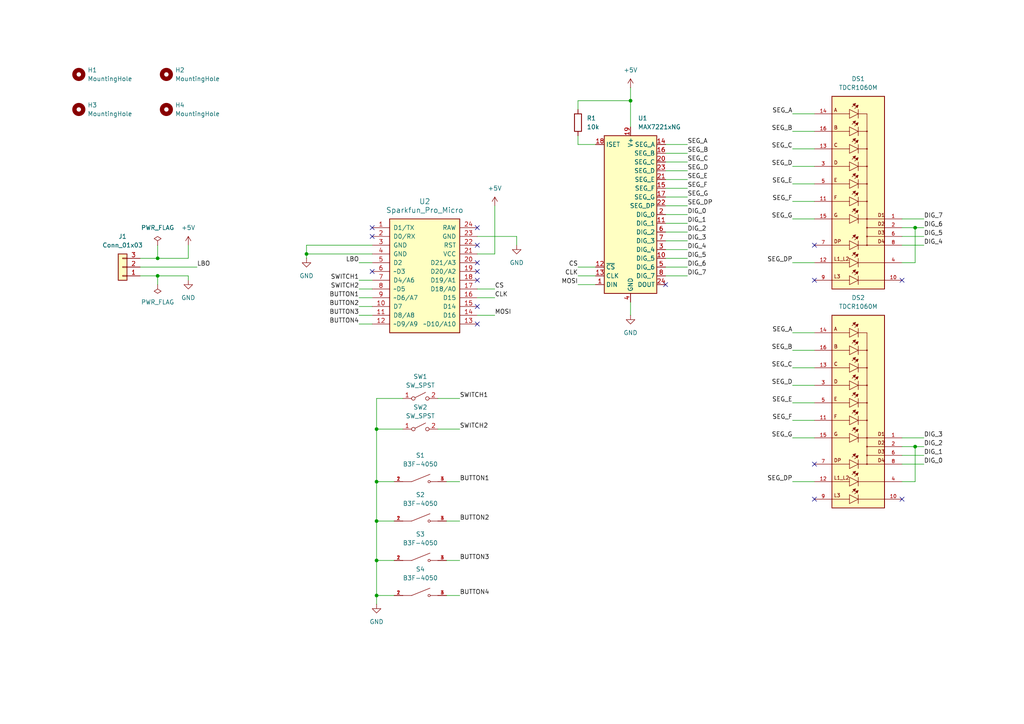
<source format=kicad_sch>
(kicad_sch (version 20250114) (generator "eeschema") (generator_version "9.0")
  (paper "A4")
  (lib_symbols
    (symbol "Arduino:Sparkfun_Pro_Micro" (pin_names (offset 1.016))
      (property "Reference" "U" (at -8.89 21.59 0))
      (property "Value" "Sparkfun_Pro_Micro" (at 0 19.05 0))
      (symbol "Sparkfun_Pro_Micro_0_1"
        (rectangle (start -10.16 17.78) (end 10.16 -15.24) (stroke (width 0.254)) (fill (type background)))
      )
      (symbol "Sparkfun_Pro_Micro_1_1"
        (pin bidirectional line (at -15.24 15.24 0) (length 5.08) (name "D1/TX") (number "1"))
        (pin bidirectional line (at -15.24 12.7 0) (length 5.08) (name "D0/RX") (number "2"))
        (pin power_in line (at -15.24 10.16 0) (length 5.08) (name "GND") (number "3"))
        (pin power_in line (at -15.24 7.62 0) (length 5.08) (name "GND") (number "4"))
        (pin bidirectional line (at -15.24 5.08 0) (length 5.08) (name "D2") (number "5"))
        (pin bidirectional line (at -15.24 2.54 0) (length 5.08) (name "~D3") (number "6"))
        (pin bidirectional line (at -15.24 0 0) (length 5.08) (name "D4/A6") (number "7"))
        (pin bidirectional line (at -15.24 -2.54 0) (length 5.08) (name "~D5") (number "8"))
        (pin bidirectional line (at -15.24 -5.08 0) (length 5.08) (name "~D6/A7") (number "9"))
        (pin bidirectional line (at -15.24 -7.62 0) (length 5.08) (name "D7") (number "10"))
        (pin bidirectional line (at -15.24 -10.16 0) (length 5.08) (name "D8/A8") (number "11"))
        (pin bidirectional line (at -15.24 -12.7 0) (length 5.08) (name "~D9/A9") (number "12"))
        (pin power_in line (at 15.24 15.24 180) (length 5.08) (name "RAW") (number "24"))
        (pin power_in line (at 15.24 12.7 180) (length 5.08) (name "GND") (number "23"))
        (pin input line (at 15.24 10.16 180) (length 5.08) (name "RST") (number "22"))
        (pin power_in line (at 15.24 7.62 180) (length 5.08) (name "VCC") (number "21"))
        (pin bidirectional line (at 15.24 5.08 180) (length 5.08) (name "D21/A3") (number "20"))
        (pin bidirectional line (at 15.24 2.54 180) (length 5.08) (name "D20/A2") (number "19"))
        (pin bidirectional line (at 15.24 0 180) (length 5.08) (name "D19/A1") (number "18"))
        (pin bidirectional line (at 15.24 -2.54 180) (length 5.08) (name "D18/A0") (number "17"))
        (pin bidirectional line (at 15.24 -5.08 180) (length 5.08) (name "D15") (number "16"))
        (pin bidirectional line (at 15.24 -7.62 180) (length 5.08) (name "D14") (number "15"))
        (pin bidirectional line (at 15.24 -10.16 180) (length 5.08) (name "D16") (number "14"))
        (pin bidirectional line (at 15.24 -12.7 180) (length 5.08) (name "~D10/A10") (number "13"))
      )
    )
    (symbol "B3F-4050:B3F-4050" (pin_names (offset 1.016))
      (property "Reference" "S" (at -2.54 2.54 0))
      (property "Value" "B3F-4050" (at -2.54 -2.54 0))
      (symbol "B3F-4050_0_0"
        (polyline (pts (xy -2.54 0) (xy -5.08 0)) (stroke (width 0.1524)))
        (polyline (pts (xy -2.54 0) (xy 2.794 2.1336)) (stroke (width 0.1524)))
        (circle (center 2.54 0) (radius 0.3302) (stroke (width 0.1524)))
        (polyline (pts (xy 5.08 0) (xy 2.921 0)) (stroke (width 0.1524)))
        (pin passive line (at -7.62 0 0) (length 2.54) (name "~") (number "1"))
        (pin passive line (at -7.62 0 0) (length 2.54) (name "~") (number "2"))
        (pin passive line (at 7.62 0 180) (length 2.54) (name "~") (number "3"))
        (pin passive line (at 7.62 0 180) (length 2.54) (name "~") (number "4"))
      )
    )
    (symbol "Connector_Generic:Conn_01x03" (pin_names (offset 1.016) (hide yes))
      (property "Reference" "J" (at 0 5.08 0))
      (property "Value" "Conn_01x03" (at 0 -5.08 0))
      (symbol "Conn_01x03_1_1"
        (rectangle (start -1.27 3.81) (end 1.27 -3.81) (stroke (width 0.254)) (fill (type background)))
        (rectangle (start -1.27 2.667) (end 0 2.413) (stroke (width 0.1524)))
        (rectangle (start -1.27 0.127) (end 0 -0.127) (stroke (width 0.1524)))
        (rectangle (start -1.27 -2.413) (end 0 -2.667) (stroke (width 0.1524)))
        (pin passive line (at -5.08 2.54 0) (length 3.81) (name "Pin_1") (number "1"))
        (pin passive line (at -5.08 0 0) (length 3.81) (name "Pin_2") (number "2"))
        (pin passive line (at -5.08 -2.54 0) (length 3.81) (name "Pin_3") (number "3"))
      )
    )
    (symbol "Device:R" (pin_numbers (hide yes)) (pin_names (offset 0))
      (property "Reference" "R" (at 2.032 0 90))
      (property "Value" "R" (at 0 0 90))
      (symbol "R_0_1"
        (rectangle (start -1.016 -2.54) (end 1.016 2.54) (stroke (width 0.254)))
      )
      (symbol "R_1_1"
        (pin passive line (at 0 3.81 270) (length 1.27) (name "~") (number "1"))
        (pin passive line (at 0 -3.81 90) (length 1.27) (name "~") (number "2"))
      )
    )
    (symbol "Driver_LED:MAX7221xNG"
      (property "Reference" "U" (at -6.35 24.13 0))
      (property "Value" "MAX7221xNG" (at 1.27 25.4 0))
      (symbol "MAX7221xNG_0_1"
        (rectangle (start -7.62 22.86) (end 7.62 -22.86) (stroke (width 0.254)) (fill (type background)))
      )
      (symbol "MAX7221xNG_1_1"
        (pin input line (at -10.16 20.32 0) (length 2.54) (name "ISET") (number "18"))
        (pin input line (at -10.16 -15.24 0) (length 2.54) (name "~{CS}") (number "12"))
        (pin input line (at -10.16 -17.78 0) (length 2.54) (name "CLK") (number "13"))
        (pin input line (at -10.16 -20.32 0) (length 2.54) (name "DIN") (number "1"))
        (pin power_in line (at 0 25.4 270) (length 2.54) (name "V+") (number "19"))
        (pin power_in line (at 0 -25.4 90) (length 2.54) (name "GND") (number "4"))
        (pin passive line (at 0 -25.4 90) (length 2.54) (hide yes) (name "GND") (number "9"))
        (pin open_emitter line (at 10.16 20.32 180) (length 2.54) (name "SEG_A") (number "14"))
        (pin open_emitter line (at 10.16 17.78 180) (length 2.54) (name "SEG_B") (number "16"))
        (pin open_emitter line (at 10.16 15.24 180) (length 2.54) (name "SEG_C") (number "20"))
        (pin open_emitter line (at 10.16 12.7 180) (length 2.54) (name "SEG_D") (number "23"))
        (pin open_emitter line (at 10.16 10.16 180) (length 2.54) (name "SEG_E") (number "21"))
        (pin open_emitter line (at 10.16 7.62 180) (length 2.54) (name "SEG_F") (number "15"))
        (pin open_emitter line (at 10.16 5.08 180) (length 2.54) (name "SEG_G") (number "17"))
        (pin open_emitter line (at 10.16 2.54 180) (length 2.54) (name "SEG_DP") (number "22"))
        (pin open_collector line (at 10.16 0 180) (length 2.54) (name "DIG_0") (number "2"))
        (pin open_collector line (at 10.16 -2.54 180) (length 2.54) (name "DIG_1") (number "11"))
        (pin open_collector line (at 10.16 -5.08 180) (length 2.54) (name "DIG_2") (number "6"))
        (pin open_collector line (at 10.16 -7.62 180) (length 2.54) (name "DIG_3") (number "7"))
        (pin open_collector line (at 10.16 -10.16 180) (length 2.54) (name "DIG_4") (number "3"))
        (pin open_collector line (at 10.16 -12.7 180) (length 2.54) (name "DIG_5") (number "10"))
        (pin open_collector line (at 10.16 -15.24 180) (length 2.54) (name "DIG_6") (number "5"))
        (pin open_collector line (at 10.16 -17.78 180) (length 2.54) (name "DIG_7") (number "8"))
        (pin output line (at 10.16 -20.32 180) (length 2.54) (name "DOUT") (number "24"))
      )
    )
    (symbol "Mechanical:MountingHole" (pin_names (offset 1.016)) (in_bom no)
      (property "Reference" "H" (at 0 5.08 0))
      (property "Value" "MountingHole" (at 0 3.175 0))
      (symbol "MountingHole_0_1"
        (circle (center 0 0) (radius 1.27) (stroke (width 1.27)))
      )
    )
    (symbol "Switch:SW_SPST" (pin_names (offset 0) (hide yes))
      (property "Reference" "SW" (at 0 3.175 0))
      (property "Value" "SW_SPST" (at 0 -2.54 0))
      (symbol "SW_SPST_0_0"
        (circle (center -2.032 0) (radius 0.508))
        (polyline (pts (xy -1.524 0.254) (xy 1.524 1.778)))
        (circle (center 2.032 0) (radius 0.508))
      )
      (symbol "SW_SPST_1_1"
        (pin passive line (at -5.08 0 0) (length 2.54) (name "A") (number "1"))
        (pin passive line (at 5.08 0 180) (length 2.54) (name "B") (number "2"))
      )
    )
    (symbol "TDCR1060M:TDCR1060M" (pin_names (offset 1.016))
      (property "Reference" "DS" (at -7.62 29.21 0))
      (property "Value" "TDCR1060M" (at -7.62 -29.21 0))
      (symbol "TDCR1060M_0_0"
        (polyline (pts (xy -7.62 22.86) (xy -2.54 22.86)) (stroke (width 0.1524)))
        (polyline (pts (xy -7.62 17.78) (xy -2.54 17.78)) (stroke (width 0.1524)))
        (polyline (pts (xy -7.62 12.7) (xy -2.54 12.7)) (stroke (width 0.1524)))
        (polyline (pts (xy -7.62 7.62) (xy -2.54 7.62)) (stroke (width 0.1524)))
        (polyline (pts (xy -7.62 2.54) (xy -2.54 2.54)) (stroke (width 0.1524)))
        (polyline (pts (xy -7.62 -2.54) (xy -2.54 -2.54)) (stroke (width 0.1524)))
        (polyline (pts (xy -7.62 -7.62) (xy -2.54 -7.62)) (stroke (width 0.1524)))
        (polyline (pts (xy -7.62 -15.24) (xy -2.54 -15.24)) (stroke (width 0.1524)))
        (polyline (pts (xy -7.62 -20.32) (xy -2.54 -20.32)) (stroke (width 0.1524)))
        (polyline (pts (xy -7.62 -25.4) (xy -2.54 -25.4)) (stroke (width 0.1524)))
        (rectangle (start -7.62 -27.94) (end 7.62 27.94) (stroke (width 0.254)) (fill (type background)))
        (polyline (pts (xy -2.54 24.13) (xy -2.54 22.86)) (stroke (width 0.1524)))
        (polyline (pts (xy -2.54 22.86) (xy -2.54 21.59)) (stroke (width 0.1524)))
        (polyline (pts (xy -2.54 21.59) (xy 0 22.86)) (stroke (width 0.1524)))
        (polyline (pts (xy -2.54 19.05) (xy -2.54 17.78)) (stroke (width 0.1524)))
        (polyline (pts (xy -2.54 17.78) (xy -2.54 16.51)) (stroke (width 0.1524)))
        (polyline (pts (xy -2.54 16.51) (xy 0 17.78)) (stroke (width 0.1524)))
        (polyline (pts (xy -2.54 13.97) (xy -2.54 12.7)) (stroke (width 0.1524)))
        (polyline (pts (xy -2.54 12.7) (xy -2.54 11.43)) (stroke (width 0.1524)))
        (polyline (pts (xy -2.54 11.43) (xy 0 12.7)) (stroke (width 0.1524)))
        (polyline (pts (xy -2.54 8.89) (xy -2.54 7.62)) (stroke (width 0.1524)))
        (polyline (pts (xy -2.54 7.62) (xy -2.54 6.35)) (stroke (width 0.1524)))
        (polyline (pts (xy -2.54 6.35) (xy 0 7.62)) (stroke (width 0.1524)))
        (polyline (pts (xy -2.54 3.81) (xy -2.54 2.54)) (stroke (width 0.1524)))
        (polyline (pts (xy -2.54 2.54) (xy -2.54 1.27)) (stroke (width 0.1524)))
        (polyline (pts (xy -2.54 1.27) (xy 0 2.54)) (stroke (width 0.1524)))
        (polyline (pts (xy -2.54 -1.27) (xy -2.54 -2.54)) (stroke (width 0.1524)))
        (polyline (pts (xy -2.54 -2.54) (xy -2.54 -3.81)) (stroke (width 0.1524)))
        (polyline (pts (xy -2.54 -3.81) (xy 0 -2.54)) (stroke (width 0.1524)))
        (polyline (pts (xy -2.54 -6.35) (xy -2.54 -7.62)) (stroke (width 0.1524)))
        (polyline (pts (xy -2.54 -7.62) (xy -2.54 -8.89)) (stroke (width 0.1524)))
        (polyline (pts (xy -2.54 -8.89) (xy 0 -7.62)) (stroke (width 0.1524)))
        (polyline (pts (xy -2.54 -13.97) (xy -2.54 -15.24)) (stroke (width 0.1524)))
        (polyline (pts (xy -2.54 -15.24) (xy -2.54 -16.51)) (stroke (width 0.1524)))
        (polyline (pts (xy -2.54 -16.51) (xy 0 -15.24)) (stroke (width 0.1524)))
        (polyline (pts (xy -2.54 -19.05) (xy -2.54 -20.32)) (stroke (width 0.1524)))
        (polyline (pts (xy -2.54 -20.32) (xy -2.54 -21.59)) (stroke (width 0.1524)))
        (polyline (pts (xy -2.54 -21.59) (xy 0 -20.32)) (stroke (width 0.1524)))
        (polyline (pts (xy -2.54 -24.13) (xy -2.54 -25.4)) (stroke (width 0.1524)))
        (polyline (pts (xy -2.54 -25.4) (xy -2.54 -26.67)) (stroke (width 0.1524)))
        (polyline (pts (xy -2.54 -26.67) (xy 0 -25.4)) (stroke (width 0.1524)))
        (polyline (pts (xy -1.778 24.892) (xy -1.27 25.4)) (stroke (width 0.1524)))
        (polyline (pts (xy -1.778 19.812) (xy -1.27 20.32)) (stroke (width 0.1524)))
        (polyline (pts (xy -1.778 14.732) (xy -1.27 15.24)) (stroke (width 0.1524)))
        (polyline (pts (xy -1.778 9.652) (xy -1.27 10.16)) (stroke (width 0.1524)))
        (polyline (pts (xy -1.778 4.572) (xy -1.27 5.08)) (stroke (width 0.1524)))
        (polyline (pts (xy -1.778 -0.508) (xy -1.27 0)) (stroke (width 0.1524)))
        (polyline (pts (xy -1.778 -5.588) (xy -1.27 -5.08)) (stroke (width 0.1524)))
        (polyline (pts (xy -1.778 -13.208) (xy -1.27 -12.7)) (stroke (width 0.1524)))
        (polyline (pts (xy -1.778 -18.288) (xy -1.27 -17.78)) (stroke (width 0.1524)))
        (polyline (pts (xy -1.778 -23.368) (xy -1.27 -22.86)) (stroke (width 0.1524)))
        (polyline (pts (xy -1.524 25.654) (xy -1.016 25.146) (xy -0.762 25.908) (xy -1.524 25.654)) (stroke (width 0.1524)) (fill (type outline)))
        (polyline (pts (xy -1.524 20.574) (xy -1.016 20.066) (xy -0.762 20.828) (xy -1.524 20.574)) (stroke (width 0.1524)) (fill (type outline)))
        (polyline (pts (xy -1.524 15.494) (xy -1.016 14.986) (xy -0.762 15.748) (xy -1.524 15.494)) (stroke (width 0.1524)) (fill (type outline)))
        (polyline (pts (xy -1.524 10.414) (xy -1.016 9.906) (xy -0.762 10.668) (xy -1.524 10.414)) (stroke (width 0.1524)) (fill (type outline)))
        (polyline (pts (xy -1.524 5.334) (xy -1.016 4.826) (xy -0.762 5.588) (xy -1.524 5.334)) (stroke (width 0.1524)) (fill (type outline)))
        (polyline (pts (xy -1.524 0.254) (xy -1.016 -0.254) (xy -0.762 0.508) (xy -1.524 0.254)) (stroke (width 0.1524)) (fill (type outline)))
        (polyline (pts (xy -1.524 -4.826) (xy -1.016 -5.334) (xy -0.762 -4.572) (xy -1.524 -4.826)) (stroke (width 0.1524)) (fill (type outline)))
        (polyline (pts (xy -1.524 -12.446) (xy -1.016 -12.954) (xy -0.762 -12.192) (xy -1.524 -12.446)) (stroke (width 0.1524)) (fill (type outline)))
        (polyline (pts (xy -1.524 -17.526) (xy -1.016 -18.034) (xy -0.762 -17.272) (xy -1.524 -17.526)) (stroke (width 0.1524)) (fill (type outline)))
        (polyline (pts (xy -1.524 -22.606) (xy -1.016 -23.114) (xy -0.762 -22.352) (xy -1.524 -22.606)) (stroke (width 0.1524)) (fill (type outline)))
        (polyline (pts (xy -1.016 24.384) (xy -0.508 24.892)) (stroke (width 0.1524)))
        (polyline (pts (xy -1.016 19.304) (xy -0.508 19.812)) (stroke (width 0.1524)))
        (polyline (pts (xy -1.016 14.224) (xy -0.508 14.732)) (stroke (width 0.1524)))
        (polyline (pts (xy -1.016 9.144) (xy -0.508 9.652)) (stroke (width 0.1524)))
        (polyline (pts (xy -1.016 4.064) (xy -0.508 4.572)) (stroke (width 0.1524)))
        (polyline (pts (xy -1.016 -1.016) (xy -0.508 -0.508)) (stroke (width 0.1524)))
        (polyline (pts (xy -1.016 -6.096) (xy -0.508 -5.588)) (stroke (width 0.1524)))
        (polyline (pts (xy -1.016 -13.716) (xy -0.508 -13.208)) (stroke (width 0.1524)))
        (polyline (pts (xy -1.016 -18.796) (xy -0.508 -18.288)) (stroke (width 0.1524)))
        (polyline (pts (xy -1.016 -23.876) (xy -0.508 -23.368)) (stroke (width 0.1524)))
        (polyline (pts (xy -0.762 25.146) (xy -0.254 24.638) (xy 0 25.4) (xy -0.762 25.146)) (stroke (width 0.1524)) (fill (type outline)))
        (polyline (pts (xy -0.762 20.066) (xy -0.254 19.558) (xy 0 20.32) (xy -0.762 20.066)) (stroke (width 0.1524)) (fill (type outline)))
        (polyline (pts (xy -0.762 14.986) (xy -0.254 14.478) (xy 0 15.24) (xy -0.762 14.986)) (stroke (width 0.1524)) (fill (type outline)))
        (polyline (pts (xy -0.762 9.906) (xy -0.254 9.398) (xy 0 10.16) (xy -0.762 9.906)) (stroke (width 0.1524)) (fill (type outline)))
        (polyline (pts (xy -0.762 4.826) (xy -0.254 4.318) (xy 0 5.08) (xy -0.762 4.826)) (stroke (width 0.1524)) (fill (type outline)))
        (polyline (pts (xy -0.762 -0.254) (xy -0.254 -0.762) (xy 0 0) (xy -0.762 -0.254)) (stroke (width 0.1524)) (fill (type outline)))
        (polyline (pts (xy -0.762 -5.334) (xy -0.254 -5.842) (xy 0 -5.08) (xy -0.762 -5.334)) (stroke (width 0.1524)) (fill (type outline)))
        (polyline (pts (xy -0.762 -12.954) (xy -0.254 -13.462) (xy 0 -12.7) (xy -0.762 -12.954)) (stroke (width 0.1524)) (fill (type outline)))
        (polyline (pts (xy -0.762 -18.034) (xy -0.254 -18.542) (xy 0 -17.78) (xy -0.762 -18.034)) (stroke (width 0.1524)) (fill (type outline)))
        (polyline (pts (xy -0.762 -23.114) (xy -0.254 -23.622) (xy 0 -22.86) (xy -0.762 -23.114)) (stroke (width 0.1524)) (fill (type outline)))
        (polyline (pts (xy 0 24.13) (xy 0 22.86)) (stroke (width 0.1524)))
        (polyline (pts (xy 0 22.86) (xy -2.54 24.13)) (stroke (width 0.1524)))
        (polyline (pts (xy 0 22.86) (xy 0 21.59)) (stroke (width 0.1524)))
        (polyline (pts (xy 0 22.86) (xy 2.54 22.86)) (stroke (width 0.1524)))
        (polyline (pts (xy 0 19.05) (xy 0 17.78)) (stroke (width 0.1524)))
        (polyline (pts (xy 0 17.78) (xy -2.54 19.05)) (stroke (width 0.1524)))
        (polyline (pts (xy 0 17.78) (xy 0 16.51)) (stroke (width 0.1524)))
        (polyline (pts (xy 0 17.78) (xy 2.54 17.78)) (stroke (width 0.1524)))
        (polyline (pts (xy 0 13.97) (xy 0 12.7)) (stroke (width 0.1524)))
        (polyline (pts (xy 0 12.7) (xy -2.54 13.97)) (stroke (width 0.1524)))
        (polyline (pts (xy 0 12.7) (xy 0 11.43)) (stroke (width 0.1524)))
        (polyline (pts (xy 0 12.7) (xy 2.54 12.7)) (stroke (width 0.1524)))
        (polyline (pts (xy 0 8.89) (xy 0 7.62)) (stroke (width 0.1524)))
        (polyline (pts (xy 0 7.62) (xy -2.54 8.89)) (stroke (width 0.1524)))
        (polyline (pts (xy 0 7.62) (xy 0 6.35)) (stroke (width 0.1524)))
        (polyline (pts (xy 0 7.62) (xy 2.54 7.62)) (stroke (width 0.1524)))
        (polyline (pts (xy 0 3.81) (xy 0 2.54)) (stroke (width 0.1524)))
        (polyline (pts (xy 0 2.54) (xy -2.54 3.81)) (stroke (width 0.1524)))
        (polyline (pts (xy 0 2.54) (xy 0 1.27)) (stroke (width 0.1524)))
        (polyline (pts (xy 0 2.54) (xy 2.54 2.54)) (stroke (width 0.1524)))
        (polyline (pts (xy 0 -1.27) (xy 0 -2.54)) (stroke (width 0.1524)))
        (polyline (pts (xy 0 -2.54) (xy -2.54 -1.27)) (stroke (width 0.1524)))
        (polyline (pts (xy 0 -2.54) (xy 0 -3.81)) (stroke (width 0.1524)))
        (polyline (pts (xy 0 -2.54) (xy 2.54 -2.54)) (stroke (width 0.1524)))
        (polyline (pts (xy 0 -6.35) (xy 0 -7.62)) (stroke (width 0.1524)))
        (polyline (pts (xy 0 -7.62) (xy -2.54 -6.35)) (stroke (width 0.1524)))
        (polyline (pts (xy 0 -7.62) (xy 0 -8.89)) (stroke (width 0.1524)))
        (polyline (pts (xy 0 -7.62) (xy 2.54 -7.62)) (stroke (width 0.1524)))
        (polyline (pts (xy 0 -13.97) (xy 0 -15.24)) (stroke (width 0.1524)))
        (polyline (pts (xy 0 -15.24) (xy -2.54 -13.97)) (stroke (width 0.1524)))
        (polyline (pts (xy 0 -15.24) (xy 0 -16.51)) (stroke (width 0.1524)))
        (polyline (pts (xy 0 -15.24) (xy 2.54 -15.24)) (stroke (width 0.1524)))
        (polyline (pts (xy 0 -19.05) (xy 0 -20.32)) (stroke (width 0.1524)))
        (polyline (pts (xy 0 -20.32) (xy -2.54 -19.05)) (stroke (width 0.1524)))
        (polyline (pts (xy 0 -20.32) (xy 0 -21.59)) (stroke (width 0.1524)))
        (polyline (pts (xy 0 -20.32) (xy 7.62 -20.32)) (stroke (width 0.1524)))
        (polyline (pts (xy 0 -24.13) (xy 0 -25.4)) (stroke (width 0.1524)))
        (polyline (pts (xy 0 -25.4) (xy -2.54 -24.13)) (stroke (width 0.1524)))
        (polyline (pts (xy 0 -25.4) (xy 0 -26.67)) (stroke (width 0.1524)))
        (polyline (pts (xy 0 -25.4) (xy 7.62 -25.4)) (stroke (width 0.1524)))
        (polyline (pts (xy 2.54 22.86) (xy 2.54 -7.62)) (stroke (width 0.1524)))
        (circle (center 2.54 17.78) (radius 0.1524) (stroke (width 0.1524)))
        (circle (center 2.54 12.7) (radius 0.1524) (stroke (width 0.1524)))
        (circle (center 2.54 7.62) (radius 0.1524) (stroke (width 0.1524)))
        (circle (center 2.54 2.54) (radius 0.1524) (stroke (width 0.1524)))
        (circle (center 2.54 -2.54) (radius 0.1524) (stroke (width 0.1524)))
        (polyline (pts (xy 2.54 -7.62) (xy 2.54 -10.16)) (stroke (width 0.1524)))
        (polyline (pts (xy 2.54 -7.62) (xy 7.62 -7.62)) (stroke (width 0.1524)))
        (circle (center 2.54 -7.62) (radius 0.1524) (stroke (width 0.1524)))
        (polyline (pts (xy 2.54 -10.16) (xy 2.54 -12.7)) (stroke (width 0.1524)))
        (polyline (pts (xy 2.54 -10.16) (xy 7.62 -10.16)) (stroke (width 0.1524)))
        (circle (center 2.54 -10.16) (radius 0.1524) (stroke (width 0.1524)))
        (polyline (pts (xy 2.54 -12.7) (xy 2.54 -15.24)) (stroke (width 0.1524)))
        (polyline (pts (xy 2.54 -12.7) (xy 7.62 -12.7)) (stroke (width 0.1524)))
        (circle (center 2.54 -12.7) (radius 0.1524) (stroke (width 0.1524)))
        (polyline (pts (xy 2.54 -15.24) (xy 7.62 -15.24)) (stroke (width 0.1524)))
        (circle (center 2.54 -15.24) (radius 0.1524) (stroke (width 0.1524)))
        (text "A" (at -7.112 23.368 0) (effects (font (size 1.016 1.016)) (justify left bottom)))
        (text "B" (at -7.112 18.288 0) (effects (font (size 1.016 1.016)) (justify left bottom)))
        (text "C" (at -7.112 13.208 0) (effects (font (size 1.016 1.016)) (justify left bottom)))
        (text "D" (at -7.112 8.128 0) (effects (font (size 1.016 1.016)) (justify left bottom)))
        (text "E" (at -7.112 3.048 0) (effects (font (size 1.016 1.016)) (justify left bottom)))
        (text "F" (at -7.112 -2.032 0) (effects (font (size 1.016 1.016)) (justify left bottom)))
        (text "G" (at -7.112 -7.112 0) (effects (font (size 1.016 1.016)) (justify left bottom)))
        (text "DP" (at -7.112 -14.732 0) (effects (font (size 1.016 1.016)) (justify left bottom)))
        (text "L1_L2" (at -7.112 -19.812 0) (effects (font (size 1.016 1.016)) (justify left bottom)))
        (text "L3" (at -7.112 -24.892 0) (effects (font (size 1.016 1.016)) (justify left bottom)))
        (text "D1" (at 5.588 -7.112 0) (effects (font (size 1.016 1.016)) (justify left bottom)))
        (text "D2" (at 5.588 -9.652 0) (effects (font (size 1.016 1.016)) (justify left bottom)))
        (text "D3" (at 5.588 -12.192 0) (effects (font (size 1.016 1.016)) (justify left bottom)))
        (text "D4" (at 5.588 -14.732 0) (effects (font (size 1.016 1.016)) (justify left bottom)))
        (pin passive line (at -12.7 22.86 0) (length 5.08) (name "~") (number "14"))
        (pin passive line (at -12.7 17.78 0) (length 5.08) (name "~") (number "16"))
        (pin passive line (at -12.7 12.7 0) (length 5.08) (name "~") (number "13"))
        (pin passive line (at -12.7 7.62 0) (length 5.08) (name "~") (number "3"))
        (pin passive line (at -12.7 2.54 0) (length 5.08) (name "~") (number "5"))
        (pin passive line (at -12.7 -2.54 0) (length 5.08) (name "~") (number "11"))
        (pin passive line (at -12.7 -7.62 0) (length 5.08) (name "~") (number "15"))
        (pin passive line (at -12.7 -15.24 0) (length 5.08) (name "~") (number "7"))
        (pin passive line (at -12.7 -20.32 0) (length 5.08) (name "~") (number "12"))
        (pin passive line (at -12.7 -25.4 0) (length 5.08) (name "~") (number "9"))
        (pin passive line (at 12.7 -7.62 180) (length 5.08) (name "~") (number "1"))
        (pin passive line (at 12.7 -10.16 180) (length 5.08) (name "~") (number "2"))
        (pin passive line (at 12.7 -12.7 180) (length 5.08) (name "~") (number "6"))
        (pin passive line (at 12.7 -15.24 180) (length 5.08) (name "~") (number "8"))
        (pin passive line (at 12.7 -20.32 180) (length 5.08) (name "~") (number "4"))
        (pin passive line (at 12.7 -25.4 180) (length 5.08) (name "~") (number "10"))
      )
    )
    (symbol "power:+5V" (power) (pin_numbers (hide yes)) (pin_names (offset 0) (hide yes))
      (property "Value" "+5V" (at 0 3.556 0))
      (symbol "+5V_0_1"
        (polyline (pts (xy -0.762 1.27) (xy 0 2.54)))
        (polyline (pts (xy 0 2.54) (xy 0.762 1.27)))
        (polyline (pts (xy 0 0) (xy 0 2.54)))
      )
      (symbol "+5V_1_1"
        (pin power_in line (at 0 0 90) (length 0) (name "~") (number "1"))
      )
    )
    (symbol "power:GND" (power) (pin_numbers (hide yes)) (pin_names (offset 0) (hide yes))
      (property "Value" "GND" (at 0 -3.81 0))
      (symbol "GND_0_1"
        (polyline (pts (xy 0 0) (xy 0 -1.27) (xy 1.27 -1.27) (xy 0 -2.54) (xy -1.27 -1.27) (xy 0 -1.27)))
      )
      (symbol "GND_1_1"
        (pin power_in line (at 0 0 270) (length 0) (name "~") (number "1"))
      )
    )
    (symbol "power:PWR_FLAG" (power) (pin_numbers (hide yes)) (pin_names (offset 0) (hide yes))
      (property "Value" "PWR_FLAG" (at 0 3.81 0))
      (symbol "PWR_FLAG_0_0"
        (pin power_out line (at 0 0 90) (length 0) (name "~") (number "1"))
      )
      (symbol "PWR_FLAG_0_1"
        (polyline (pts (xy 0 0) (xy 0 1.27) (xy -1.016 1.905) (xy 0 2.54) (xy 1.016 1.905) (xy 0 1.27)))
      )
    )
  )
  (junction (at 109.22 151.13))
  (junction (at 109.22 172.72))
  (junction (at 265.43 129.54))
  (junction (at 88.9 73.66))
  (junction (at 109.22 162.56))
  (junction (at 109.22 124.46))
  (junction (at 45.72 74.93))
  (junction (at 182.88 29.21))
  (junction (at 45.72 80.01))
  (junction (at 109.22 139.7))
  (junction (at 265.43 66.04))
  (no_connect (at 236.22 71.12))
  (no_connect (at 261.62 81.28))
  (no_connect (at 138.43 93.98))
  (no_connect (at 107.95 68.58))
  (no_connect (at 138.43 76.2))
  (no_connect (at 236.22 134.62))
  (no_connect (at 138.43 81.28))
  (no_connect (at 261.62 144.78))
  (no_connect (at 193.04 82.55))
  (no_connect (at 236.22 144.78))
  (no_connect (at 138.43 71.12))
  (no_connect (at 107.95 78.74))
  (no_connect (at 138.43 88.9))
  (no_connect (at 138.43 66.04))
  (no_connect (at 236.22 81.28))
  (no_connect (at 107.95 66.04))
  (no_connect (at 138.43 78.74))
  (wire (pts (xy 107.95 93.98) (xy 104.14 93.98)))
  (wire (pts (xy 109.22 162.56) (xy 109.22 151.13)))
  (wire (pts (xy 45.72 74.93) (xy 54.61 74.93)))
  (wire (pts (xy 109.22 139.7) (xy 114.3 139.7)))
  (wire (pts (xy 109.22 172.72) (xy 114.3 172.72)))
  (wire (pts (xy 193.04 77.47) (xy 199.39 77.47)))
  (wire (pts (xy 236.22 43.18) (xy 229.87 43.18)))
  (wire (pts (xy 261.62 127) (xy 267.97 127)))
  (wire (pts (xy 138.43 73.66) (xy 143.51 73.66)))
  (wire (pts (xy 261.62 71.12) (xy 267.97 71.12)))
  (wire (pts (xy 193.04 41.91) (xy 199.39 41.91)))
  (wire (pts (xy 193.04 44.45) (xy 199.39 44.45)))
  (wire (pts (xy 265.43 66.04) (xy 267.97 66.04)))
  (wire (pts (xy 109.22 151.13) (xy 114.3 151.13)))
  (wire (pts (xy 167.64 77.47) (xy 172.72 77.47)))
  (wire (pts (xy 107.95 81.28) (xy 104.14 81.28)))
  (wire (pts (xy 193.04 46.99) (xy 199.39 46.99)))
  (wire (pts (xy 40.64 80.01) (xy 45.72 80.01)))
  (wire (pts (xy 236.22 76.2) (xy 229.87 76.2)))
  (wire (pts (xy 182.88 87.63) (xy 182.88 91.44)))
  (wire (pts (xy 236.22 111.76) (xy 229.87 111.76)))
  (wire (pts (xy 265.43 129.54) (xy 267.97 129.54)))
  (wire (pts (xy 236.22 96.52) (xy 229.87 96.52)))
  (wire (pts (xy 236.22 106.68) (xy 229.87 106.68)))
  (wire (pts (xy 40.64 77.47) (xy 57.15 77.47)))
  (wire (pts (xy 261.62 129.54) (xy 265.43 129.54)))
  (wire (pts (xy 236.22 101.6) (xy 229.87 101.6)))
  (wire (pts (xy 236.22 116.84) (xy 229.87 116.84)))
  (wire (pts (xy 109.22 162.56) (xy 114.3 162.56)))
  (wire (pts (xy 107.95 86.36) (xy 104.14 86.36)))
  (wire (pts (xy 109.22 172.72) (xy 109.22 162.56)))
  (wire (pts (xy 127 115.57) (xy 133.35 115.57)))
  (wire (pts (xy 54.61 80.01) (xy 54.61 81.28)))
  (wire (pts (xy 193.04 52.07) (xy 199.39 52.07)))
  (wire (pts (xy 45.72 80.01) (xy 54.61 80.01)))
  (wire (pts (xy 261.62 134.62) (xy 267.97 134.62)))
  (wire (pts (xy 143.51 83.82) (xy 138.43 83.82)))
  (wire (pts (xy 167.64 41.91) (xy 172.72 41.91)))
  (wire (pts (xy 109.22 175.26) (xy 109.22 172.72)))
  (wire (pts (xy 107.95 91.44) (xy 104.14 91.44)))
  (wire (pts (xy 143.51 59.69) (xy 143.51 73.66)))
  (wire (pts (xy 193.04 57.15) (xy 199.39 57.15)))
  (wire (pts (xy 40.64 74.93) (xy 45.72 74.93)))
  (wire (pts (xy 129.54 151.13) (xy 133.35 151.13)))
  (wire (pts (xy 167.64 29.21) (xy 182.88 29.21)))
  (wire (pts (xy 109.22 151.13) (xy 109.22 139.7)))
  (wire (pts (xy 54.61 74.93) (xy 54.61 71.12)))
  (wire (pts (xy 167.64 80.01) (xy 172.72 80.01)))
  (wire (pts (xy 236.22 63.5) (xy 229.87 63.5)))
  (wire (pts (xy 88.9 71.12) (xy 107.95 71.12)))
  (wire (pts (xy 45.72 80.01) (xy 45.72 82.55)))
  (wire (pts (xy 138.43 91.44) (xy 143.51 91.44)))
  (wire (pts (xy 109.22 139.7) (xy 109.22 124.46)))
  (wire (pts (xy 129.54 162.56) (xy 133.35 162.56)))
  (wire (pts (xy 193.04 80.01) (xy 199.39 80.01)))
  (wire (pts (xy 167.64 39.37) (xy 167.64 41.91)))
  (wire (pts (xy 265.43 76.2) (xy 265.43 66.04)))
  (wire (pts (xy 265.43 139.7) (xy 265.43 129.54)))
  (wire (pts (xy 149.86 68.58) (xy 138.43 68.58)))
  (wire (pts (xy 104.14 76.2) (xy 107.95 76.2)))
  (wire (pts (xy 129.54 172.72) (xy 133.35 172.72)))
  (wire (pts (xy 88.9 73.66) (xy 88.9 71.12)))
  (wire (pts (xy 261.62 76.2) (xy 265.43 76.2)))
  (wire (pts (xy 236.22 58.42) (xy 229.87 58.42)))
  (wire (pts (xy 236.22 48.26) (xy 229.87 48.26)))
  (wire (pts (xy 193.04 64.77) (xy 199.39 64.77)))
  (wire (pts (xy 107.95 88.9) (xy 104.14 88.9)))
  (wire (pts (xy 129.54 139.7) (xy 133.35 139.7)))
  (wire (pts (xy 236.22 127) (xy 229.87 127)))
  (wire (pts (xy 261.62 139.7) (xy 265.43 139.7)))
  (wire (pts (xy 182.88 29.21) (xy 182.88 25.4)))
  (wire (pts (xy 193.04 69.85) (xy 199.39 69.85)))
  (wire (pts (xy 167.64 82.55) (xy 172.72 82.55)))
  (wire (pts (xy 193.04 54.61) (xy 199.39 54.61)))
  (wire (pts (xy 193.04 72.39) (xy 199.39 72.39)))
  (wire (pts (xy 127 124.46) (xy 133.35 124.46)))
  (wire (pts (xy 182.88 29.21) (xy 182.88 36.83)))
  (wire (pts (xy 193.04 74.93) (xy 199.39 74.93)))
  (wire (pts (xy 261.62 68.58) (xy 267.97 68.58)))
  (wire (pts (xy 236.22 38.1) (xy 229.87 38.1)))
  (wire (pts (xy 193.04 59.69) (xy 199.39 59.69)))
  (wire (pts (xy 193.04 67.31) (xy 199.39 67.31)))
  (wire (pts (xy 236.22 121.92) (xy 229.87 121.92)))
  (wire (pts (xy 261.62 66.04) (xy 265.43 66.04)))
  (wire (pts (xy 107.95 83.82) (xy 104.14 83.82)))
  (wire (pts (xy 236.22 139.7) (xy 229.87 139.7)))
  (wire (pts (xy 193.04 49.53) (xy 199.39 49.53)))
  (wire (pts (xy 88.9 73.66) (xy 107.95 73.66)))
  (wire (pts (xy 236.22 33.02) (xy 229.87 33.02)))
  (wire (pts (xy 143.51 86.36) (xy 138.43 86.36)))
  (wire (pts (xy 261.62 132.08) (xy 267.97 132.08)))
  (wire (pts (xy 109.22 124.46) (xy 109.22 115.57)))
  (wire (pts (xy 45.72 71.12) (xy 45.72 74.93)))
  (wire (pts (xy 261.62 63.5) (xy 267.97 63.5)))
  (wire (pts (xy 88.9 74.93) (xy 88.9 73.66)))
  (wire (pts (xy 109.22 115.57) (xy 116.84 115.57)))
  (wire (pts (xy 236.22 53.34) (xy 229.87 53.34)))
  (wire (pts (xy 167.64 31.75) (xy 167.64 29.21)))
  (wire (pts (xy 149.86 71.12) (xy 149.86 68.58)))
  (wire (pts (xy 193.04 62.23) (xy 199.39 62.23)))
  (wire (pts (xy 109.22 124.46) (xy 116.84 124.46)))
  (label "CLK" (at 167.64 80.01 180))
  (label "SEG_A" (at 229.87 33.02 180))
  (label "DIG_1" (at 267.97 132.08 0))
  (label "LBO" (at 57.15 77.47 0))
  (label "DIG_2" (at 267.97 129.54 0))
  (label "SEG_E" (at 229.87 116.84 180))
  (label "SEG_A" (at 199.39 41.91 0))
  (label "BUTTON2" (at 104.14 88.9 180))
  (label "DIG_3" (at 267.97 127 0))
  (label "SEG_D" (at 229.87 111.76 180))
  (label "DIG_7" (at 199.39 80.01 0))
  (label "SEG_F" (at 229.87 121.92 180))
  (label "SEG_C" (at 229.87 43.18 180))
  (label "DIG_6" (at 199.39 77.47 0))
  (label "DIG_5" (at 267.97 68.58 0))
  (label "SEG_G" (at 229.87 127 180))
  (label "BUTTON3" (at 133.35 162.56 0))
  (label "DIG_3" (at 199.39 69.85 0))
  (label "DIG_5" (at 199.39 74.93 0))
  (label "DIG_1" (at 199.39 64.77 0))
  (label "SEG_F" (at 199.39 54.61 0))
  (label "SEG_B" (at 229.87 38.1 180))
  (label "SEG_DP" (at 229.87 76.2 180))
  (label "SEG_B" (at 199.39 44.45 0))
  (label "SEG_E" (at 229.87 53.34 180))
  (label "SEG_DP" (at 229.87 139.7 180))
  (label "DIG_0" (at 199.39 62.23 0))
  (label "BUTTON2" (at 133.35 151.13 0))
  (label "SEG_G" (at 229.87 63.5 180))
  (label "DIG_4" (at 199.39 72.39 0))
  (label "SEG_B" (at 229.87 101.6 180))
  (label "SEG_A" (at 229.87 96.52 180))
  (label "SWITCH1" (at 104.14 81.28 180))
  (label "DIG_6" (at 267.97 66.04 0))
  (label "DIG_2" (at 199.39 67.31 0))
  (label "CS" (at 167.64 77.47 180))
  (label "DIG_7" (at 267.97 63.5 0))
  (label "DIG_0" (at 267.97 134.62 0))
  (label "BUTTON1" (at 133.35 139.7 0))
  (label "SWITCH2" (at 133.35 124.46 0))
  (label "BUTTON4" (at 133.35 172.72 0))
  (label "MOSI" (at 143.51 91.44 0))
  (label "LBO" (at 104.14 76.2 180))
  (label "SEG_DP" (at 199.39 59.69 0))
  (label "SWITCH1" (at 133.35 115.57 0))
  (label "CLK" (at 143.51 86.36 0))
  (label "SEG_D" (at 199.39 49.53 0))
  (label "SWITCH2" (at 104.14 83.82 180))
  (label "CS" (at 143.51 83.82 0))
  (label "BUTTON1" (at 104.14 86.36 180))
  (label "MOSI" (at 167.64 82.55 180))
  (label "SEG_G" (at 199.39 57.15 0))
  (label "BUTTON4" (at 104.14 93.98 180))
  (label "SEG_E" (at 199.39 52.07 0))
  (label "DIG_4" (at 267.97 71.12 0))
  (label "SEG_D" (at 229.87 48.26 180))
  (label "BUTTON3" (at 104.14 91.44 180))
  (label "SEG_F" (at 229.87 58.42 180))
  (label "SEG_C" (at 199.39 46.99 0))
  (label "SEG_C" (at 229.87 106.68 180))
  (symbol (lib_id "TDCR1060M:TDCR1060M") (at 248.92 119.38 0) (unit 1)
    (property "Reference" "DS2" (at 248.9212 86.36 0))
    (property "Value" "TDCR1060M" (at 248.9212 88.9 0))
    (property "Footprint" "assets:DISPLAY_TDCR1060M" (effects (hide yes)))
    (property "PARTREV" "1.7" (effects (hide yes)))
    (property "STANDARD" "IPC-7351B" (effects (hide yes)))
    (property "SNAPEDA_PN" "TDCR1060M" (effects (hide yes)))
    (property "MAXIMUM_PACKAGE_HEIGHT" "7mm" (effects (hide yes)))
    (property "MANUFACTURER" "Vishay" (effects (hide yes)))
  )
  (symbol (lib_id "power:+5V") (at 143.51 59.69 0) (unit 1)
    (property "Reference" "#PWR07" (effects (hide yes)))
    (property "Value" "+5V" (at 143.51 54.61 0))
    (property "Description" "Power symbol creates a global label with name \"+5V\"" (effects (hide yes)))
  )
  (symbol (lib_id "Switch:SW_SPST") (at 121.92 115.57 0) (unit 1)
    (property "Reference" "SW1" (at 121.92 109.22 0))
    (property "Value" "SW_SPST" (at 121.92 111.76 0))
    (property "Footprint" "Connector_JST:JST_PH_B2B-PH-K_1x02_P2.00mm_Vertical" (effects (hide yes)))
    (property "Description" "Single Pole Single Throw (SPST) switch" (effects (hide yes)))
  )
  (symbol (lib_id "B3F-4050:B3F-4050") (at 121.92 162.56 0) (unit 1)
    (property "Reference" "S3" (at 121.92 154.94 0))
    (property "Value" "B3F-4050" (at 121.92 157.48 0))
    (property "Footprint" "assets:SW_B3F-4050" (effects (hide yes)))
    (property "MF" "Omron Electronics" (effects (hide yes)))
    (property "Mouser-Purchase-URL" "https://snapeda.com/shop?store=Mouser&id=256901" (effects (hide yes)))
    (property "Description_1" "Tactile Switch SPST-NO Top Actuated Through Hole" (effects (hide yes)))
    (property "Package" "None" (effects (hide yes)))
    (property "MP" "B3F-4050" (effects (hide yes)))
    (property "DigiKey-Purchase-URL" "https://snapeda.com/shop?store=DigiKey&id=256901" (effects (hide yes)))
    (property "Digi-Key_Part_Number" "SW414-ND" (effects (hide yes)))
  )
  (symbol (lib_id "Switch:SW_SPST") (at 121.92 124.46 0) (unit 1)
    (property "Reference" "SW2" (at 121.92 118.11 0))
    (property "Value" "SW_SPST" (at 121.92 120.65 0))
    (property "Footprint" "Connector_JST:JST_PH_B2B-PH-K_1x02_P2.00mm_Vertical" (effects (hide yes)))
    (property "Description" "Single Pole Single Throw (SPST) switch" (effects (hide yes)))
  )
  (symbol (lib_id "power:+5V") (at 54.61 71.12 0) (unit 1)
    (property "Reference" "#PWR06" (effects (hide yes)))
    (property "Value" "+5V" (at 54.61 66.04 0))
    (property "Description" "Power symbol creates a global label with name \"+5V\"" (effects (hide yes)))
  )
  (symbol (lib_id "Mechanical:MountingHole") (at 22.86 21.59 0) (unit 1) (in_bom no)
    (property "Reference" "H1" (at 25.4 20.3199 0) (effects (justify left)))
    (property "Value" "MountingHole" (at 25.4 22.8599 0) (effects (justify left)))
    (property "Footprint" "MountingHole:MountingHole_3.2mm_M3" (effects (hide yes)))
    (property "Description" "Mounting Hole without connection" (effects (hide yes)))
  )
  (symbol (lib_id "power:GND") (at 88.9 74.93 0) (unit 1)
    (property "Reference" "#PWR04" (effects (hide yes)))
    (property "Value" "GND" (at 88.9 80.01 0))
    (property "Description" "Power symbol creates a global label with name \"GND\" , ground" (effects (hide yes)))
  )
  (symbol (lib_id "power:+5V") (at 182.88 25.4 0) (unit 1)
    (property "Reference" "#PWR01" (effects (hide yes)))
    (property "Value" "+5V" (at 182.88 20.32 0))
    (property "Description" "Power symbol creates a global label with name \"+5V\"" (effects (hide yes)))
  )
  (symbol (lib_id "Driver_LED:MAX7221xNG") (at 182.88 62.23 0) (unit 1)
    (property "Reference" "U1" (at 185.0233 34.29 0) (effects (justify left)))
    (property "Value" "MAX7221xNG" (at 185.0233 36.83 0) (effects (justify left)))
    (property "Footprint" "Package_DIP:DIP-24_W7.62mm_LongPads" (effects (hide yes)))
    (property "Datasheet" "https://datasheets.maximintegrated.com/en/ds/MAX7219-MAX7221.pdf" (effects (hide yes)))
    (property "Description" "Serially Interfaced, 8-Digit LED Display Driver, PDIP-24" (effects (hide yes)))
  )
  (symbol (lib_id "Device:R") (at 167.64 35.56 0) (unit 1)
    (property "Reference" "R1" (at 170.18 34.2899 0) (effects (justify left)))
    (property "Value" "10k" (at 170.18 36.8299 0) (effects (justify left)))
    (property "Footprint" "Resistor_THT:R_Axial_DIN0207_L6.3mm_D2.5mm_P10.16mm_Horizontal" (effects (hide yes)))
    (property "Description" "Resistor" (effects (hide yes)))
  )
  (symbol (lib_id "power:GND") (at 182.88 91.44 0) (unit 1)
    (property "Reference" "#PWR03" (effects (hide yes)))
    (property "Value" "GND" (at 182.88 96.52 0))
    (property "Description" "Power symbol creates a global label with name \"GND\" , ground" (effects (hide yes)))
  )
  (symbol (lib_id "B3F-4050:B3F-4050") (at 121.92 151.13 0) (unit 1)
    (property "Reference" "S2" (at 121.92 143.51 0))
    (property "Value" "B3F-4050" (at 121.92 146.05 0))
    (property "Footprint" "assets:SW_B3F-4050" (effects (hide yes)))
    (property "MF" "Omron Electronics" (effects (hide yes)))
    (property "Mouser-Purchase-URL" "https://snapeda.com/shop?store=Mouser&id=256901" (effects (hide yes)))
    (property "Description_1" "Tactile Switch SPST-NO Top Actuated Through Hole" (effects (hide yes)))
    (property "Package" "None" (effects (hide yes)))
    (property "MP" "B3F-4050" (effects (hide yes)))
    (property "DigiKey-Purchase-URL" "https://snapeda.com/shop?store=DigiKey&id=256901" (effects (hide yes)))
    (property "Digi-Key_Part_Number" "SW414-ND" (effects (hide yes)))
  )
  (symbol (lib_id "Connector_Generic:Conn_01x03") (at 35.56 77.47 180) (unit 1)
    (property "Reference" "J1" (at 35.56 68.58 0))
    (property "Value" "Conn_01x03" (at 35.56 71.12 0))
    (property "Footprint" "Connector_JST:JST_PH_B3B-PH-K_1x03_P2.00mm_Vertical" (effects (hide yes)))
  )
  (symbol (lib_id "power:GND") (at 149.86 71.12 0) (unit 1)
    (property "Reference" "#PWR08" (effects (hide yes)))
    (property "Value" "GND" (at 149.86 76.2 0))
    (property "Description" "Power symbol creates a global label with name \"GND\" , ground" (effects (hide yes)))
  )
  (symbol (lib_id "power:GND") (at 54.61 81.28 0) (unit 1)
    (property "Reference" "#PWR05" (effects (hide yes)))
    (property "Value" "GND" (at 54.61 86.36 0))
    (property "Description" "Power symbol creates a global label with name \"GND\" , ground" (effects (hide yes)))
  )
  (symbol (lib_id "Mechanical:MountingHole") (at 22.86 31.75 0) (unit 1) (in_bom no)
    (property "Reference" "H3" (at 25.4 30.4799 0) (effects (justify left)))
    (property "Value" "MountingHole" (at 25.4 33.0199 0) (effects (justify left)))
    (property "Footprint" "MountingHole:MountingHole_3.2mm_M3" (effects (hide yes)))
    (property "Description" "Mounting Hole without connection" (effects (hide yes)))
  )
  (symbol (lib_id "B3F-4050:B3F-4050") (at 121.92 139.7 0) (unit 1)
    (property "Reference" "S1" (at 121.92 132.08 0))
    (property "Value" "B3F-4050" (at 121.92 134.62 0))
    (property "Footprint" "assets:SW_B3F-4050" (effects (hide yes)))
    (property "MF" "Omron Electronics" (effects (hide yes)))
    (property "Mouser-Purchase-URL" "https://snapeda.com/shop?store=Mouser&id=256901" (effects (hide yes)))
    (property "Description_1" "Tactile Switch SPST-NO Top Actuated Through Hole" (effects (hide yes)))
    (property "Package" "None" (effects (hide yes)))
    (property "MP" "B3F-4050" (effects (hide yes)))
    (property "DigiKey-Purchase-URL" "https://snapeda.com/shop?store=DigiKey&id=256901" (effects (hide yes)))
    (property "Digi-Key_Part_Number" "SW414-ND" (effects (hide yes)))
  )
  (symbol (lib_id "power:PWR_FLAG") (at 45.72 82.55 180) (unit 1)
    (property "Reference" "#FLG02" (effects (hide yes)))
    (property "Value" "PWR_FLAG" (at 45.72 87.63 0))
    (property "Description" "Special symbol for telling ERC where power comes from" (effects (hide yes)))
  )
  (symbol (lib_id "B3F-4050:B3F-4050") (at 121.92 172.72 0) (unit 1)
    (property "Reference" "S4" (at 121.92 165.1 0))
    (property "Value" "B3F-4050" (at 121.92 167.64 0))
    (property "Footprint" "assets:SW_B3F-4050" (effects (hide yes)))
    (property "MF" "Omron Electronics" (effects (hide yes)))
    (property "Mouser-Purchase-URL" "https://snapeda.com/shop?store=Mouser&id=256901" (effects (hide yes)))
    (property "Description_1" "Tactile Switch SPST-NO Top Actuated Through Hole" (effects (hide yes)))
    (property "Package" "None" (effects (hide yes)))
    (property "MP" "B3F-4050" (effects (hide yes)))
    (property "DigiKey-Purchase-URL" "https://snapeda.com/shop?store=DigiKey&id=256901" (effects (hide yes)))
    (property "Digi-Key_Part_Number" "SW414-ND" (effects (hide yes)))
  )
  (symbol (lib_id "power:PWR_FLAG") (at 45.72 71.12 0) (unit 1)
    (property "Reference" "#FLG01" (effects (hide yes)))
    (property "Value" "PWR_FLAG" (at 45.72 66.04 0))
    (property "Description" "Special symbol for telling ERC where power comes from" (effects (hide yes)))
  )
  (symbol (lib_id "Mechanical:MountingHole") (at 48.26 21.59 0) (unit 1) (in_bom no)
    (property "Reference" "H2" (at 50.8 20.3199 0) (effects (justify left)))
    (property "Value" "MountingHole" (at 50.8 22.8599 0) (effects (justify left)))
    (property "Footprint" "MountingHole:MountingHole_3.2mm_M3" (effects (hide yes)))
    (property "Description" "Mounting Hole without connection" (effects (hide yes)))
  )
  (symbol (lib_id "Arduino:Sparkfun_Pro_Micro") (at 123.19 81.28 0) (unit 1)
    (property "Reference" "U2" (at 123.19 58.42 0) (effects (font (size 1.524 1.524))))
    (property "Value" "Sparkfun_Pro_Micro" (at 123.19 60.96 0) (effects (font (size 1.524 1.524))))
    (property "Footprint" "assets:Sparkfun_Pro_Micro" (effects (hide yes)))
    (property "Datasheet" "https://www.sparkfun.com/products/12640" (effects (hide yes)))
    (property "Description" "Sparkfun Pro Micro" (effects (hide yes)))
  )
  (symbol (lib_id "TDCR1060M:TDCR1060M") (at 248.92 55.88 0) (unit 1)
    (property "Reference" "DS1" (at 248.9212 22.86 0))
    (property "Value" "TDCR1060M" (at 248.9212 25.4 0))
    (property "Footprint" "assets:DISPLAY_TDCR1060M" (effects (hide yes)))
    (property "PARTREV" "1.7" (effects (hide yes)))
    (property "STANDARD" "IPC-7351B" (effects (hide yes)))
    (property "SNAPEDA_PN" "TDCR1060M" (effects (hide yes)))
    (property "MAXIMUM_PACKAGE_HEIGHT" "7mm" (effects (hide yes)))
    (property "MANUFACTURER" "Vishay" (effects (hide yes)))
  )
  (symbol (lib_id "Mechanical:MountingHole") (at 48.26 31.75 0) (unit 1) (in_bom no)
    (property "Reference" "H4" (at 50.8 30.4799 0) (effects (justify left)))
    (property "Value" "MountingHole" (at 50.8 33.0199 0) (effects (justify left)))
    (property "Footprint" "MountingHole:MountingHole_3.2mm_M3" (effects (hide yes)))
    (property "Description" "Mounting Hole without connection" (effects (hide yes)))
  )
  (symbol (lib_id "power:GND") (at 109.22 175.26 0) (unit 1)
    (property "Reference" "#PWR02" (effects (hide yes)))
    (property "Value" "GND" (at 109.22 180.34 0))
    (property "Description" "Power symbol creates a global label with name \"GND\" , ground" (effects (hide yes)))
  )
)
</source>
